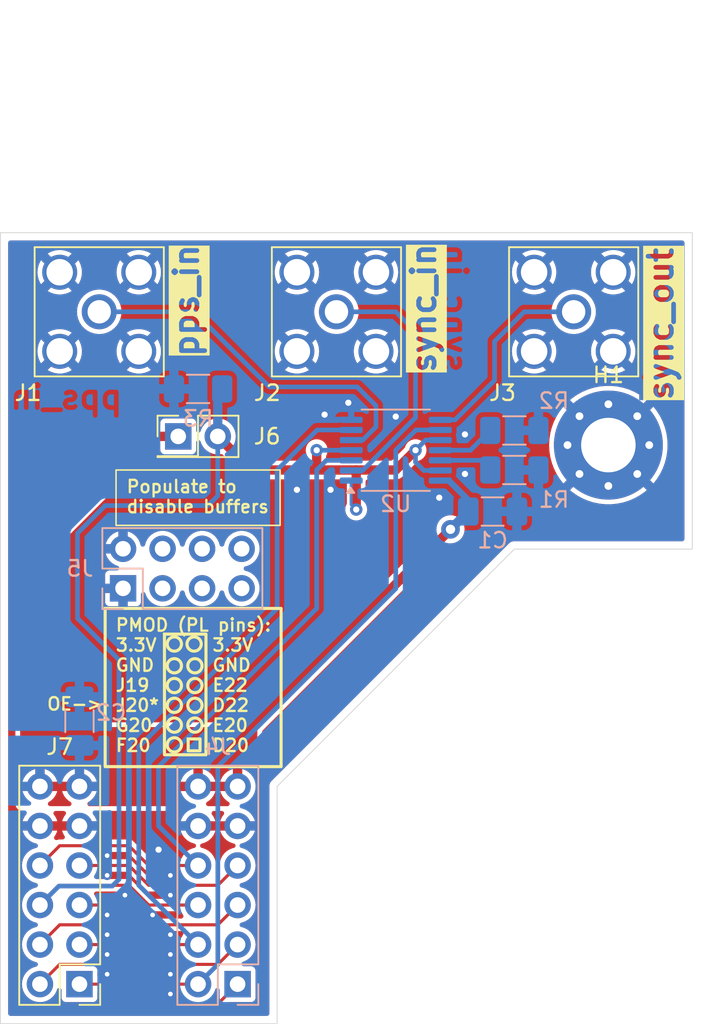
<source format=kicad_pcb>
(kicad_pcb (version 20240108) (generator "pcbnew") (generator_version "8.0")
  (layers (0 "F.Cu" signal) (31 "B.Cu" signal) (34 "B.Paste" user) (35 "F.Paste" user) (36 "B.SilkS" user "B.Silkscreen") (37 "F.SilkS" user "F.Silkscreen") (38 "B.Mask" user) (39 "F.Mask" user) (44 "Edge.Cuts" user))
  (net 0 "")
  (net 1 "GND")
  (net 2 "+3.3V")
  (net 9 "sync_in")
  (net 10 "FMC0_CS2")
  (net 11 "pps_in")
  (net 12 "FMC1_CS2")
  (net 13 "sync_out")
  (net 14 "AUX0")
  (net 15 "AUX1")
  (net 16 "Net-(R1-Pad1)")
  (net 17 "Net-(R2-Pad1)")
  (net 18 "OE")
  (net 19 "sync_in_SMA")
  (net 20 "pps_in_SMA")
  (net 21 "sync_out_SMA")
  (footprint "Connector_Coaxial:SMA_Amphenol_132203-12_Horizontal" (layer "F.Cu") (at 127 86.36)
    (property "Reference" "J1" (at -4.572 5.207 180) (layer "F.SilkS"))
    (property "Value" "2081679-1")
    (fp_line (start -4.15 -4.15) (end -4.15 4.15) (stroke (width 0.12)) (layer "F.SilkS"))
    (fp_line (start -4.15 -4.15) (end 4.15 -4.15) (stroke (width 0.12)) (layer "F.SilkS"))
    (fp_line (start -4.15 4.15) (end 4.15 4.15) (stroke (width 0.12)) (layer "F.SilkS"))
    (fp_line (start 4.15 -4.15) (end 4.15 4.15) (stroke (width 0.12)) (layer "F.SilkS"))
    (pad "1" thru_hole circle (at 0 0) (size 2.25 2.25) (drill 1.5) (layers "*.Cu" "*.Mask") (net 20 "pps_in_SMA"))
    (pad "2" thru_hole circle (at -2.54 -2.54) (size 2.25 2.25) (drill 1.7) (layers "*.Cu" "*.Mask") (net 1 "GND"))
    (pad "2" thru_hole circle (at -2.54 2.54) (size 2.25 2.25) (drill 1.7) (layers "*.Cu" "*.Mask") (net 1 "GND"))
    (pad "2" thru_hole circle (at 2.54 -2.54) (size 2.25 2.25) (drill 1.7) (layers "*.Cu" "*.Mask") (net 1 "GND"))
    (pad "2" thru_hole circle (at 2.54 2.54 90) (size 2.25 2.25) (drill 1.7) (layers "*.Cu" "*.Mask") (net 1 "GND"))
  )
  (footprint "Connector_Coaxial:SMA_Amphenol_132203-12_Horizontal" (layer "F.Cu") (at 157.48 86.36)
    (property "Reference" "J3" (at -4.572 5.207 180) (layer "F.SilkS"))
    (property "Value" "2081679-1")
    (fp_line (start -4.15 -4.15) (end -4.15 4.15) (stroke (width 0.12)) (layer "F.SilkS"))
    (fp_line (start -4.15 -4.15) (end 4.15 -4.15) (stroke (width 0.12)) (layer "F.SilkS"))
    (fp_line (start -4.15 4.15) (end 4.15 4.15) (stroke (width 0.12)) (layer "F.SilkS"))
    (fp_line (start 4.15 -4.15) (end 4.15 4.15) (stroke (width 0.12)) (layer "F.SilkS"))
    (pad "1" thru_hole circle (at 0 0) (size 2.25 2.25) (drill 1.5) (layers "*.Cu" "*.Mask") (net 21 "sync_out_SMA"))
    (pad "2" thru_hole circle (at -2.54 -2.54) (size 2.25 2.25) (drill 1.7) (layers "*.Cu" "*.Mask") (net 1 "GND"))
    (pad "2" thru_hole circle (at -2.54 2.54) (size 2.25 2.25) (drill 1.7) (layers "*.Cu" "*.Mask") (net 1 "GND"))
    (pad "2" thru_hole circle (at 2.54 -2.54) (size 2.25 2.25) (drill 1.7) (layers "*.Cu" "*.Mask") (net 1 "GND"))
    (pad "2" thru_hole circle (at 2.54 2.54 90) (size 2.25 2.25) (drill 1.7) (layers "*.Cu" "*.Mask") (net 1 "GND"))
  )
  (footprint "Connector_PinHeader_2.54mm:PinHeader_2x01_P2.54mm_Vertical" (layer "F.Cu") (at 132.075 94.361)
    (property "Reference" "J6" (at 5.715 0 0) (layer "F.SilkS"))
    (property "Value" "Conn_01x02")
    (fp_line (start -1.33 -1.33) (end 0 -1.33) (stroke (width 0.12)) (layer "F.SilkS"))
    (fp_line (start -1.33 0) (end -1.33 -1.33) (stroke (width 0.12)) (layer "F.SilkS"))
    (fp_line (start -1.33 1.27) (end -1.33 1.33) (stroke (width 0.12)) (layer "F.SilkS"))
    (fp_line (start -1.33 1.27) (end 1.27 1.27) (stroke (width 0.12)) (layer "F.SilkS"))
    (fp_line (start -1.33 1.33) (end 3.87 1.33) (stroke (width 0.12)) (layer "F.SilkS"))
    (fp_line (start 1.27 -1.33) (end 3.87 -1.33) (stroke (width 0.12)) (layer "F.SilkS"))
    (fp_line (start 1.27 1.27) (end 1.27 -1.33) (stroke (width 0.12)) (layer "F.SilkS"))
    (fp_line (start 3.87 -1.33) (end 3.87 1.33) (stroke (width 0.12)) (layer "F.SilkS"))
    (pad "1" thru_hole rect (at 0 0) (size 1.7 1.7) (drill 1) (layers "*.Cu" "*.Mask") (net 2 "+3.3V"))
    (pad "2" thru_hole oval (at 2.54 0) (size 1.7 1.7) (drill 1) (layers "*.Cu" "*.Mask") (net 18 "OE"))
  )
  (footprint "MountingHole:MountingHole_3.5mm_Pad_Via" (layer "F.Cu") (at 159.71 94.92)
    (property "Reference" "H1" (at 0 -4.5 0) (layer "F.SilkS"))
    (property "Value" "MountingHole_Pad")
    (pad "1" thru_hole circle (at -2.625 0) (size 0.8 0.8) (drill 0.5) (layers "*.Cu" "*.Mask") (net 1 "GND"))
    (pad "1" thru_hole circle (at -1.856155 -1.856155) (size 0.8 0.8) (drill 0.5) (layers "*.Cu" "*.Mask") (net 1 "GND"))
    (pad "1" thru_hole circle (at -1.856155 1.856155) (size 0.8 0.8) (drill 0.5) (layers "*.Cu" "*.Mask") (net 1 "GND"))
    (pad "1" thru_hole circle (at 0 -2.625) (size 0.8 0.8) (drill 0.5) (layers "*.Cu" "*.Mask") (net 1 "GND"))
    (pad "1" thru_hole circle (at 0 0) (size 7 7) (drill 3.5) (layers "*.Cu" "*.Mask") (net 1 "GND"))
    (pad "1" thru_hole circle (at 0 2.625) (size 0.8 0.8) (drill 0.5) (layers "*.Cu" "*.Mask") (net 1 "GND"))
    (pad "1" thru_hole circle (at 1.856155 -1.856155) (size 0.8 0.8) (drill 0.5) (layers "*.Cu" "*.Mask") (net 1 "GND"))
    (pad "1" thru_hole circle (at 1.856155 1.856155) (size 0.8 0.8) (drill 0.5) (layers "*.Cu" "*.Mask") (net 1 "GND"))
    (pad "1" thru_hole circle (at 2.625 0) (size 0.8 0.8) (drill 0.5) (layers "*.Cu" "*.Mask") (net 1 "GND"))
  )
  (footprint "Connector_Coaxial:SMA_Amphenol_132203-12_Horizontal" (layer "F.Cu") (at 142.24 86.36)
    (property "Reference" "J2" (at -4.445 5.207 180) (layer "F.SilkS"))
    (property "Value" "2081679-1")
    (fp_line (start -4.15 -4.15) (end -4.15 4.15) (stroke (width 0.12)) (layer "F.SilkS"))
    (fp_line (start -4.15 -4.15) (end 4.15 -4.15) (stroke (width 0.12)) (layer "F.SilkS"))
    (fp_line (start -4.15 4.15) (end 4.15 4.15) (stroke (width 0.12)) (layer "F.SilkS"))
    (fp_line (start 4.15 -4.15) (end 4.15 4.15) (stroke (width 0.12)) (layer "F.SilkS"))
    (pad "1" thru_hole circle (at 0 0) (size 2.25 2.25) (drill 1.5) (layers "*.Cu" "*.Mask") (net 19 "sync_in_SMA"))
    (pad "2" thru_hole circle (at -2.54 -2.54) (size 2.25 2.25) (drill 1.7) (layers "*.Cu" "*.Mask") (net 1 "GND"))
    (pad "2" thru_hole circle (at -2.54 2.54) (size 2.25 2.25) (drill 1.7) (layers "*.Cu" "*.Mask") (net 1 "GND"))
    (pad "2" thru_hole circle (at 2.54 -2.54) (size 2.25 2.25) (drill 1.7) (layers "*.Cu" "*.Mask") (net 1 "GND"))
    (pad "2" thru_hole circle (at 2.54 2.54 90) (size 2.25 2.25) (drill 1.7) (layers "*.Cu" "*.Mask") (net 1 "GND"))
  )
  (footprint "Connector_PinHeader_2.54mm:PinHeader_2x06_P2.54mm_Vertical" (layer "F.Cu") (at 125.73 129.54 180)
    (property "Reference" "J7" (at 1.27 15.24 0) (layer "F.SilkS"))
    (property "Value" "PMOD")
    (fp_line (start 3.87 -1.33) (end 3.87 14.03) (stroke (width 0.12)) (layer "F.SilkS"))
    (fp_line (start 1.27 1.27) (end 1.27 -1.33) (stroke (width 0.12)) (layer "F.SilkS"))
    (fp_line (start 1.27 -1.33) (end 3.87 -1.33) (stroke (width 0.12)) (layer "F.SilkS"))
    (fp_line (start -1.33 14.03) (end 3.87 14.03) (stroke (width 0.12)) (layer "F.SilkS"))
    (fp_line (start -1.33 1.27) (end 1.27 1.27) (stroke (width 0.12)) (layer "F.SilkS"))
    (fp_line (start -1.33 1.27) (end -1.33 14.03) (stroke (width 0.12)) (layer "F.SilkS"))
    (fp_line (start -1.33 0) (end -1.33 -1.33) (stroke (width 0.12)) (layer "F.SilkS"))
    (fp_line (start -1.33 -1.33) (end 0 -1.33) (stroke (width 0.12)) (layer "F.SilkS"))
    (pad "1" thru_hole rect (at 0 0 180) (size 1.7 1.7) (drill 1) (layers "*.Cu" "*.Mask") (net 10 "FMC0_CS2"))
    (pad "2" thru_hole oval (at 2.54 0 180) (size 1.7 1.7) (drill 1) (layers "*.Cu" "*.Mask") (net 13 "sync_out"))
    (pad "3" thru_hole oval (at 0 2.54 180) (size 1.7 1.7) (drill 1) (layers "*.Cu" "*.Mask") (net 12 "FMC1_CS2"))
    (pad "4" thru_hole oval (at 2.54 2.54 180) (size 1.7 1.7) (drill 1) (layers "*.Cu" "*.Mask") (net 11 "pps_in"))
    (pad "5" thru_hole oval (at 0 5.08 180) (size 1.7 1.7) (drill 1) (layers "*.Cu" "*.Mask") (net 14 "AUX0"))
    (pad "6" thru_hole oval (at 2.54 5.08 180) (size 1.7 1.7) (drill 1) (layers "*.Cu" "*.Mask") (net 18 "OE"))
    (pad "7" thru_hole oval (at 0 7.62 180) (size 1.7 1.7) (drill 1) (layers "*.Cu" "*.Mask") (net 15 "AUX1"))
    (pad "8" thru_hole oval (at 2.54 7.62 180) (size 1.7 1.7) (drill 1) (layers "*.Cu" "*.Mask") (net 9 "sync_in"))
    (pad "9" thru_hole oval (at 0 10.16 180) (size 1.7 1.7) (drill 1) (layers "*.Cu" "*.Mask") (net 1 "GND"))
    (pad "10" thru_hole oval (at 2.54 10.16 180) (size 1.7 1.7) (drill 1) (layers "*.Cu" "*.Mask") (net 1 "GND"))
    (pad "11" thru_hole oval (at 0 12.7 180) (size 1.7 1.7) (drill 1) (layers "*.Cu" "*.Mask") (net 2 "+3.3V"))
    (pad "12" thru_hole oval (at 2.54 12.7 180) (size 1.7 1.7) (drill 1) (layers "*.Cu" "*.Mask") (net 2 "+3.3V"))
  )
  (footprint "Capacitor_SMD:C_1206_3216Metric_Pad1.33x1.80mm_HandSolder" (layer "B.Cu") (at 125.73 112.649 90)
    (property "Reference" "C2" (at 0.5465 2.032 0) (layer "B.SilkS") (effects (justify mirror)))
    (property "Value" "100nF")
    (fp_line (start 0.711252 -0.91) (end -0.711252 -0.91) (stroke (width 0.12)) (layer "B.SilkS"))
    (fp_line (start 0.711252 0.91) (end -0.711252 0.91) (stroke (width 0.12)) (layer "B.SilkS"))
    (pad "1" smd roundrect (at -1.5625 0 90) (size 1.325 1.8) (layers "B.Cu" "B.Paste" "B.Mask") (roundrect_rratio 0.188679) (net 2 "+3.3V"))
    (pad "2" smd roundrect (at 1.5625 0 90) (size 1.325 1.8) (layers "B.Cu" "B.Paste" "B.Mask") (roundrect_rratio 0.188679) (net 1 "GND"))
  )
  (footprint "Package_SO:TSSOP-14_4.4x5mm_P0.65mm" (layer "B.Cu") (at 146.05 95.25)
    (property "Reference" "U2" (at 0 3.45 0) (layer "B.SilkS") (effects (justify mirror)))
    (property "Value" "74LCX125MTCX")
    (fp_line (start -2.2 -2.61) (end 0 -2.61) (stroke (width 0.12)) (layer "B.SilkS"))
    (fp_line (start -2.2 2.61) (end 0 2.61) (stroke (width 0.12)) (layer "B.SilkS"))
    (fp_line (start 2.2 -2.61) (end 0 -2.61) (stroke (width 0.12)) (layer "B.SilkS"))
    (fp_line (start 2.2 2.61) (end 0 2.61) (stroke (width 0.12)) (layer "B.SilkS"))
    (fp_poly (pts (xy -2.9 2.41) (xy -3.14 2.74) (xy -2.66 2.74) (xy -2.9 2.41)) (stroke (width 0.12)) (fill solid) (layer "B.SilkS"))
    (pad "1" smd roundrect (at -2.8625 1.95) (size 1.475 0.4) (layers "B.Cu" "B.Paste" "B.Mask") (net 18 "OE"))
    (pad "2" smd roundrect (at -2.8625 1.3) (size 1.475 0.4) (layers "B.Cu" "B.Paste" "B.Mask") (net 19 "sync_in_SMA"))
    (pad "3" smd roundrect (at -2.8625 0.65) (size 1.475 0.4) (layers "B.Cu" "B.Paste" "B.Mask") (net 9 "sync_in"))
    (pad "4" smd roundrect (at -2.8625 0) (size 1.475 0.4) (layers "B.Cu" "B.Paste" "B.Mask") (net 18 "OE"))
    (pad "5" smd roundrect (at -2.8625 -0.65) (size 1.475 0.4) (layers "B.Cu" "B.Paste" "B.Mask") (net 20 "pps_in_SMA"))
    (pad "6" smd roundrect (at -2.8625 -1.3) (size 1.475 0.4) (layers "B.Cu" "B.Paste" "B.Mask") (net 11 "pps_in"))
    (pad "7" smd roundrect (at -2.8625 -1.95) (size 1.475 0.4) (layers "B.Cu" "B.Paste" "B.Mask") (net 1 "GND"))
    (pad "8" smd roundrect (at 2.8625 -1.95) (size 1.475 0.4) (layers "B.Cu" "B.Paste" "B.Mask") (net 21 "sync_out_SMA"))
    (pad "9" smd roundrect (at 2.8625 -1.3) (size 1.475 0.4) (layers "B.Cu" "B.Paste" "B.Mask") (net 13 "sync_out"))
    (pad "10" smd roundrect (at 2.8625 -0.65) (size 1.475 0.4) (layers "B.Cu" "B.Paste" "B.Mask") (net 18 "OE"))
    (pad "11" smd roundrect (at 2.8625 0) (size 1.475 0.4) (layers "B.Cu" "B.Paste" "B.Mask") (net 17 "Net-(R2-Pad1)"))
    (pad "12" smd roundrect (at 2.8625 0.65) (size 1.475 0.4) (layers "B.Cu" "B.Paste" "B.Mask") (net 16 "Net-(R1-Pad1)"))
    (pad "13" smd roundrect (at 2.8625 1.3) (size 1.475 0.4) (layers "B.Cu" "B.Paste" "B.Mask") (net 18 "OE"))
    (pad "14" smd roundrect (at 2.8625 1.95) (size 1.475 0.4) (layers "B.Cu" "B.Paste" "B.Mask") (net 2 "+3.3V"))
  )
  (footprint "Resistor_SMD:R_1206_3216Metric_Pad1.30x1.75mm_HandSolder" (layer "B.Cu") (at 153.67 93.98)
    (property "Reference" "R2" (at 2.54 -1.905 0) (layer "B.SilkS") (effects (justify mirror)))
    (property "Value" "10K")
    (fp_line (start 0.727064 -0.91) (end -0.727064 -0.91) (stroke (width 0.12)) (layer "B.SilkS"))
    (fp_line (start 0.727064 0.91) (end -0.727064 0.91) (stroke (width 0.12)) (layer "B.SilkS"))
    (pad "1" smd roundrect (at -1.55 0) (size 1.3 1.75) (layers "B.Cu" "B.Paste" "B.Mask") (roundrect_rratio 0.192308) (net 17 "Net-(R2-Pad1)"))
    (pad "2" smd roundrect (at 1.55 0) (size 1.3 1.75) (layers "B.Cu" "B.Paste" "B.Mask") (roundrect_rratio 0.192308) (net 1 "GND"))
  )
  (footprint "Connector_PinSocket_2.54mm:PinSocket_2x06_P2.54mm_Vertical" (layer "B.Cu") (at 135.89 129.54)
    (property "Reference" "J4" (at -1.27 -15.24 0) (layer "B.SilkS") (effects (justify mirror)))
    (property "Value" "PMOD")
    (fp_line (start -3.87 -14.03) (end -3.87 1.33) (stroke (width 0.12)) (layer "B.SilkS"))
    (fp_line (start -1.27 -1.27) (end -1.27 1.33) (stroke (width 0.12)) (layer "B.SilkS"))
    (fp_line (start -1.27 1.33) (end -3.87 1.33) (stroke (width 0.12)) (layer "B.SilkS"))
    (fp_line (start 1.33 -14.03) (end -3.87 -14.03) (stroke (width 0.12)) (layer "B.SilkS"))
    (fp_line (start 1.33 -14.03) (end 1.33 -1.27) (stroke (width 0.12)) (layer "B.SilkS"))
    (fp_line (start 1.33 -1.27) (end -1.27 -1.27) (stroke (width 0.12)) (layer "B.SilkS"))
    (fp_line (start 1.33 0) (end 1.33 1.33) (stroke (width 0.12)) (layer "B.SilkS"))
    (fp_line (start 1.33 1.33) (end 0 1.33) (stroke (width 0.12)) (layer "B.SilkS"))
    (pad "1" thru_hole rect (at 0 0) (size 1.7 1.7) (drill 1) (layers "*.Cu" "*.Mask") (net 10 "FMC0_CS2"))
    (pad "2" thru_hole oval (at -2.54 0) (size 1.7 1.7) (drill 1) (layers "*.Cu" "*.Mask") (net 13 "sync_out"))
    (pad "3" thru_hole oval (at 0 -2.54) (size 1.7 1.7) (drill 1) (layers "*.Cu" "*.Mask") (net 12 "FMC1_CS2"))
    (pad "4" thru_hole oval (at -2.54 -2.54) (size 1.7 1.7) (drill 1) (layers "*.Cu" "*.Mask") (net 11 "pps_in"))
    (pad "5" thru_hole oval (at 0 -5.08) (size 1.7 1.7) (drill 1) (layers "*.Cu" "*.Mask") (net 14 "AUX0"))
    (pad "6" thru_hole oval (at -2.54 -5.08) (size 1.7 1.7) (drill 1) (layers "*.Cu" "*.Mask") (net 18 "OE"))
    (pad "7" thru_hole oval (at 0 -7.62) (size 1.7 1.7) (drill 1) (layers "*.Cu" "*.Mask") (net 15 "AUX1"))
    (pad "8" thru_hole oval (at -2.54 -7.62) (size 1.7 1.7) (drill 1) (layers "*.Cu" "*.Mask") (net 9 "sync_in"))
    (pad "9" thru_hole oval (at 0 -10.16) (size 1.7 1.7) (drill 1) (layers "*.Cu" "*.Mask") (net 1 "GND"))
    (pad "10" thru_hole oval (at -2.54 -10.16) (size 1.7 1.7) (drill 1) (layers "*.Cu" "*.Mask") (net 1 "GND"))
    (pad "11" thru_hole oval (at 0 -12.7) (size 1.7 1.7) (drill 1) (layers "*.Cu" "*.Mask") (net 2 "+3.3V"))
    (pad "12" thru_hole oval (at -2.54 -12.7) (size 1.7 1.7) (drill 1) (layers "*.Cu" "*.Mask") (net 2 "+3.3V"))
  )
  (footprint "Resistor_SMD:R_1206_3216Metric_Pad1.30x1.75mm_HandSolder" (layer "B.Cu") (at 153.67 96.52)
    (property "Reference" "R1" (at 2.54 1.905 0) (layer "B.SilkS") (effects (justify mirror)))
    (property "Value" "10K")
    (fp_line (start 0.727064 -0.91) (end -0.727064 -0.91) (stroke (width 0.12)) (layer "B.SilkS"))
    (fp_line (start 0.727064 0.91) (end -0.727064 0.91) (stroke (width 0.12)) (layer "B.SilkS"))
    (pad "1" smd roundrect (at -1.55 0) (size 1.3 1.75) (layers "B.Cu" "B.Paste" "B.Mask") (roundrect_rratio 0.192308) (net 16 "Net-(R1-Pad1)"))
    (pad "2" smd roundrect (at 1.55 0) (size 1.3 1.75) (layers "B.Cu" "B.Paste" "B.Mask") (roundrect_rratio 0.192308) (net 1 "GND"))
  )
  (footprint "Resistor_SMD:R_1206_3216Metric_Pad1.30x1.75mm_HandSolder" (layer "B.Cu") (at 133.35 91.313 180)
    (property "Reference" "R3" (at 0 -1.905 0) (layer "B.SilkS") (effects (justify mirror)))
    (property "Value" "10K")
    (fp_line (start 0.727064 0.91) (end -0.727064 0.91) (stroke (width 0.12)) (layer "B.SilkS"))
    (fp_line (start 0.727064 -0.91) (end -0.727064 -0.91) (stroke (width 0.12)) (layer "B.SilkS"))
    (pad "1" smd roundrect (at -1.55 0 180) (size 1.3 1.75) (layers "B.Cu" "B.Paste" "B.Mask") (roundrect_rratio 0.192308) (net 18 "OE"))
    (pad "2" smd roundrect (at 1.55 0 180) (size 1.3 1.75) (layers "B.Cu" "B.Paste" "B.Mask") (roundrect_rratio 0.192308) (net 1 "GND"))
  )
  (footprint "Capacitor_SMD:C_1206_3216Metric_Pad1.33x1.80mm_HandSolder" (layer "B.Cu") (at 152.273 99.187)
    (property "Reference" "C1" (at 0 1.85 0) (layer "B.SilkS") (effects (justify mirror)))
    (property "Value" "100nF")
    (fp_line (start 0.711252 -0.91) (end -0.711252 -0.91) (stroke (width 0.12)) (layer "B.SilkS"))
    (fp_line (start 0.711252 0.91) (end -0.711252 0.91) (stroke (width 0.12)) (layer "B.SilkS"))
    (pad "1" smd roundrect (at -1.5625 0) (size 1.325 1.8) (layers "B.Cu" "B.Paste" "B.Mask") (roundrect_rratio 0.188679) (net 2 "+3.3V"))
    (pad "2" smd roundrect (at 1.5625 0) (size 1.325 1.8) (layers "B.Cu" "B.Paste" "B.Mask") (roundrect_rratio 0.188679) (net 1 "GND"))
  )
  (footprint "Connector_PinSocket_2.54mm:PinSocket_2x04_P2.54mm_Vertical" (layer "B.Cu") (at 128.53 104.12 -90)
    (property "Reference" "J5" (at -1.27 2.77 0) (layer "B.SilkS") (effects (justify mirror)))
    (property "Value" "Conn_02x04_Odd_Even")
    (fp_line (start -1.27 1.33) (end -3.87 1.33) (stroke (width 0.12)) (layer "B.SilkS"))
    (fp_line (start 1.33 1.33) (end 0 1.33) (stroke (width 0.12)) (layer "B.SilkS"))
    (fp_line (start 1.33 0) (end 1.33 1.33) (stroke (width 0.12)) (layer "B.SilkS"))
    (fp_line (start -1.27 -1.27) (end -1.27 1.33) (stroke (width 0.12)) (layer "B.SilkS"))
    (fp_line (start 1.33 -1.27) (end -1.27 -1.27) (stroke (width 0.12)) (layer "B.SilkS"))
    (fp_line (start -3.87 -8.95) (end -3.87 1.33) (stroke (width 0.12)) (layer "B.SilkS"))
    (fp_line (start 1.33 -8.95) (end 1.33 -1.27) (stroke (width 0.12)) (layer "B.SilkS"))
    (fp_line (start 1.33 -8.95) (end -3.87 -8.95) (stroke (width 0.12)) (layer "B.SilkS"))
    (pad "1" thru_hole rect (at 0 0 270) (size 1.7 1.7) (drill 1) (layers "*.Cu" "*.Mask") (net 1 "GND"))
    (pad "2" thru_hole oval (at -2.54 0 270) (size 1.7 1.7) (drill 1) (layers "*.Cu" "*.Mask") (net 1 "GND"))
    (pad "3" thru_hole oval (at 0 -2.54 270) (size 1.7 1.7) (drill 1) (layers "*.Cu" "*.Mask"))
    (pad "4" thru_hole oval (at -2.54 -2.54 270) (size 1.7 1.7) (drill 1) (layers "*.Cu" "*.Mask"))
    (pad "5" thru_hole oval (at 0 -5.08 270) (size 1.7 1.7) (drill 1) (layers "*.Cu" "*.Mask"))
    (pad "6" thru_hole oval (at -2.54 -5.08 270) (size 1.7 1.7) (drill 1) (layers "*.Cu" "*.Mask"))
    (pad "7" thru_hole oval (at 0 -7.62 270) (size 1.7 1.7) (drill 1) (layers "*.Cu" "*.Mask"))
    (pad "8" thru_hole oval (at -2.54 -7.62 270) (size 1.7 1.7) (drill 1) (layers "*.Cu" "*.Mask"))
  )
  (gr_circle (center 131.826 111.633) (end 132.283905 111.633) (stroke (width 0.2)) (fill none) (layer "F.SilkS"))
  (gr_circle (center 131.826 109.093) (end 132.283905 109.093) (stroke (width 0.2)) (fill none) (layer "F.SilkS"))
  (gr_circle (center 131.826 112.903) (end 132.283905 112.903) (stroke (width 0.2)) (fill none) (layer "F.SilkS"))
  (gr_circle (center 133.146095 109.093) (end 133.604 109.093) (stroke (width 0.2)) (fill none) (layer "F.SilkS"))
  (gr_circle (center 131.826 114.173) (end 132.283905 114.173) (stroke (width 0.2)) (fill none) (layer "F.SilkS"))
  (gr_circle (center 133.096 107.696) (end 133.553905 107.696) (stroke (width 0.2)) (fill none) (layer "F.SilkS"))
  (gr_circle (center 133.146095 111.633) (end 133.604 111.633) (stroke (width 0.2)) (fill none) (layer "F.SilkS"))
  (gr_circle (center 133.146095 112.903) (end 133.604 112.903) (stroke (width 0.2)) (fill none) (layer "F.SilkS"))
  (gr_circle (center 131.826 110.363) (end 132.283905 110.363) (stroke (width 0.2)) (fill none) (layer "F.SilkS"))
  (gr_rect (start 131.191 107.061) (end 133.858 114.808) (stroke (width 0.2)) (fill none) (layer "F.SilkS"))
  (gr_circle (center 131.826 107.696) (end 132.283905 107.696) (stroke (width 0.2)) (fill none) (layer "F.SilkS"))
  (gr_rect (start 132.715 113.792) (end 133.477 114.554) (stroke (width 0.2)) (fill none) (layer "F.SilkS"))
  (gr_circle (center 133.146095 110.363) (end 133.604 110.363) (stroke (width 0.2)) (fill none) (layer "F.SilkS"))
  (gr_poly (pts (xy 120.65 81.28) (xy 165.1 81.28) (xy 165.1 101.6) (xy 153.67 101.6) (xy 138.43 116.84) (xy 138.43 132.08) (xy 120.65 132.08)) (stroke (width 0.05)) (fill none) (layer "Edge.Cuts"))
  (gr_text "sync_in\n" (at 148.971 90.424 -90) (layer "B.Cu" knockout) (effects (font (size 1.5 1.5) (thickness 0.3) (bold yes)) (justify left bottom mirror)))
  (gr_text "sync_out" (at 162.306 92.202 -90) (layer "B.Cu" knockout) (effects (font (size 1.5 1.5) (thickness 0.3) (bold yes)) (justify left bottom mirror)))
  (gr_text "pps_in" (at 128.651 92.71 0) (layer "B.Cu" knockout) (effects (font (size 1.5 1.5) (thickness 0.3) (bold yes)) (justify left bottom mirror)))
  (gr_text "OE->" (at 123.571 112.014 0) (layer "F.SilkS") (effects (font (size 0.8 0.8) (thickness 0.15) (bold yes)) (justify left bottom)))
  (gr_text "sync_out" (at 163.957 92.202 90) (layer "F.SilkS" knockout) (effects (font (size 1.5 1.5) (thickness 0.3) (bold yes)) (justify left bottom)))
  (gr_text "pps_in" (at 133.477 89.408 90) (layer "F.SilkS" knockout) (effects (font (size 1.5 1.5) (thickness 0.3) (bold yes)) (justify left bottom)))
  (gr_text "sync_in" (at 148.717 90.424 90) (layer "F.SilkS" knockout) (effects (font (size 1.5 1.5) (thickness 0.3) (bold yes)) (justify left bottom)))
  (gr_text_box "Populate to\ndisable buffers" (start 128.0795 96.52) (end 138.6205 100.076) (layer "F.SilkS") (effects (font (size 0.8 0.8) (thickness 0.15) (bold yes)) (justify left top)) (border yes) (stroke (width 0.1)))
  (gr_text_box "PMOD (PL pins):\n3.3V	3.3V\nGND		GND\nJ19		E22\nJ20*	D22\nG20		E20\nF20		D20" (start 127.381 105.41) (end 138.684 115.57) (layer "F.SilkS") (effects (font (size 0.8 0.8) (thickness 0.15) (bold yes)) (justify left top)) (border yes) (stroke (width 0.2)))
  (segment (start 130.175 125.095) (end 130.429 125.095) (width 0.2) (layer "F.Cu") (net 1))
  (segment (start 130.175 128.905) (end 131.572 128.905) (width 0.2) (layer "F.Cu") (net 1))
  (segment (start 127.508 127.635) (end 128.905 127.635) (width 0.2) (layer "F.Cu") (net 1))
  (segment (start 130.175 126.365) (end 131.572 126.365) (width 0.2) (layer "F.Cu") (net 1))
  (segment (start 127.508 128.905) (end 128.905 128.905) (width 0.2) (layer "F.Cu") (net 1))
  (segment (start 130.175 130.175) (end 131.572 130.175) (width 0.2) (layer "F.Cu") (net 1))
  (segment (start 127.508 121.285) (end 128.905 121.285) (width 0.2) (layer "F.Cu") (net 1))
  (segment (start 130.175 123.825) (end 131.572 123.825) (width 0.2) (layer "F.Cu") (net 1))
  (segment (start 127.508 126.365) (end 128.905 126.365) (width 0.2) (layer "F.Cu") (net 1))
  (segment (start 128.905 123.825) (end 130.175 125.095) (width 0.2) (layer "F.Cu") (net 1))
  (segment (start 128.651 123.825) (end 128.905 123.825) (width 0.2) (layer "F.Cu") (net 1))
  (segment (start 128.905 121.285) (end 130.175 122.555) (width 0.2) (layer "F.Cu") (net 1))
  (segment (start 128.905 128.905) (end 130.175 130.175) (width 0.2) (layer "F.Cu") (net 1))
  (segment (start 123.19 119.38) (end 125.73 119.38) (width 0.6) (layer "F.Cu") (net 1))
  (segment (start 127.508 122.555) (end 128.905 122.555) (width 0.2) (layer "F.Cu") (net 1))
  (segment (start 128.905 127.635) (end 130.175 128.905) (width 0.2) (layer "F.Cu") (net 1))
  (segment (start 128.905 122.555) (end 130.175 123.825) (width 0.2) (layer "F.Cu") (net 1))
  (segment (start 130.175 122.555) (end 131.572 122.555) (width 0.2) (layer "F.Cu") (net 1))
  (segment (start 133.35 119.38) (end 135.89 119.38) (width 0.6) (layer "F.Cu") (net 1))
  (segment (start 127.508 125.095) (end 128.905 125.095) (width 0.2) (layer "F.Cu") (net 1))
  (segment (start 128.905 126.365) (end 130.175 127.635) (width 0.2) (layer "F.Cu") (net 1))
  (segment (start 130.175 127.635) (end 131.572 127.635) (width 0.2) (layer "F.Cu") (net 1))
  (segment (start 128.905 125.095) (end 130.175 126.365) (width 0.2) (layer "F.Cu") (net 1))
  (via (at 139.7 97.79) (size 0.8) (drill 0.4) (layers "F.Cu" "B.Cu") (net 1))
  (via (at 131.572 127.635) (size 0.6) (drill 0.3) (layers "F.Cu" "B.Cu") (net 1))
  (via (at 150.495 96.774) (size 0.8) (drill 0.4) (layers "F.Cu" "B.Cu") (net 1))
  (via (at 148.844 98.298) (size 0.8) (drill 0.4) (layers "F.Cu" "B.Cu") (net 1))
  (via (at 143.002 92.202) (size 0.8) (drill 0.4) (layers "F.Cu" "B.Cu") (net 1))
  (via (at 131.572 128.905) (size 0.6) (drill 0.3) (layers "F.Cu" "B.Cu") (net 1))
  (via (at 130.81 120.904) (size 0.8) (drill 0.4) (layers "F.Cu" "B.Cu") (net 1))
  (via (at 127.508 122.555) (size 0.6) (drill 0.3) (layers "F.Cu" "B.Cu") (net 1))
  (via (at 141.478 92.964) (size 0.8) (drill 0.4) (layers "F.Cu" "B.Cu") (net 1))
  (via (at 150.495 94.234) (size 0.8) (drill 0.4) (layers "F.Cu" "B.Cu") (net 1))
  (via (at 131.572 123.825) (size 0.6) (drill 0.3) (layers "F.Cu" "B.Cu") (net 1))
  (via (at 141.859 97.79) (size 0.8) (drill 0.4) (layers "F.Cu" "B.Cu") (net 1))
  (via (at 131.572 122.555) (size 0.6) (drill 0.3) (layers "F.Cu" "B.Cu") (net 1))
  (via (at 127.508 128.905) (size 0.6) (drill 0.3) (layers "F.Cu" "B.Cu") (net 1))
  (via (at 131.572 126.365) (size 0.6) (drill 0.3) (layers "F.Cu" "B.Cu") (net 1))
  (via (at 127.508 121.285) (size 0.6) (drill 0.3) (layers "F.Cu" "B.Cu") (net 1))
  (via (at 128.651 123.825) (size 0.6) (drill 0.3) (layers "F.Cu" "B.Cu") (net 1))
  (via (at 127.508 127.635) (size 0.6) (drill 0.3) (layers "F.Cu" "B.Cu") (net 1))
  (via (at 127.508 125.095) (size 0.6) (drill 0.3) (layers "F.Cu" "B.Cu") (net 1))
  (via (at 146.05 93.091) (size 0.8) (drill 0.4) (layers "F.Cu" "B.Cu") (net 1))
  (via (at 127.508 126.365) (size 0.6) (drill 0.3) (layers "F.Cu" "B.Cu") (net 1))
  (via (at 130.429 125.095) (size 0.6) (drill 0.3) (layers "F.Cu" "B.Cu") (net 1))
  (via (at 131.572 130.175) (size 0.6) (drill 0.3) (layers "F.Cu" "B.Cu") (net 1))
  (segment (start 123.19 114.935) (end 123.19 116.84) (width 0.6) (layer "F.Cu") (net 2))
  (segment (start 133.35 116.84) (end 135.89 116.84) (width 0.6) (layer "F.Cu") (net 2))
  (segment (start 130.556 94.361) (end 123.19 101.727) (width 0.6) (layer "F.Cu") (net 2))
  (segment (start 135.89 114.0075) (end 149.5675 100.33) (width 0.6) (layer "F.Cu") (net 2))
  (segment (start 135.89 114.0075) (end 135.89 116.84) (width 0.6) (layer "F.Cu") (net 2))
  (segment (start 132.075 94.361) (end 130.556 94.361) (width 0.6) (layer "F.Cu") (net 2))
  (segment (start 123.19 101.727) (end 123.19 114.935) (width 0.6) (layer "F.Cu") (net 2))
  (segment (start 123.19 116.84) (end 125.73 116.84) (width 0.6) (layer "F.Cu") (net 2))
  (via (at 149.5675 100.33) (size 1.2) (drill 0.6) (layers "F.Cu" "B.Cu") (net 2))
  (segment (start 149.46 97.2) (end 150.8375 98.5775) (width 0.4) (layer "B.Cu") (net 2))
  (segment (start 148.9125 97.2) (end 149.46 97.2) (width 0.4) (layer "B.Cu") (net 2))
  (segment (start 149.5675 100.33) (end 150.8375 99.06) (width 0.6) (layer "B.Cu") (net 2))
  (segment (start 150.8375 98.5775) (end 150.8375 99.06) (width 0.4) (layer "B.Cu") (net 2))
  (segment (start 124.46 120.65) (end 123.19 121.92) (width 0.2) (layer "F.Cu") (net 9))
  (segment (start 128.905 120.65) (end 124.46 120.65) (width 0.2) (layer "F.Cu") (net 9))
  (segment (start 133.35 121.92) (end 130.175 121.92) (width 0.2) (layer "F.Cu") (net 9))
  (segment (start 130.175 121.92) (end 128.905 120.65) (width 0.2) (layer "F.Cu") (net 9))
  (segment (start 141.59 95.9) (end 140.97 96.52) (width 0.3) (layer "B.Cu") (net 9))
  (segment (start 130.81 119.38) (end 133.35 121.92) (width 0.3) (layer "B.Cu") (net 9))
  (segment (start 140.97 105.41) (end 130.81 115.57) (width 0.3) (layer "B.Cu") (net 9))
  (segment (start 130.81 115.57) (end 130.81 119.38) (width 0.3) (layer "B.Cu") (net 9))
  (segment (start 143.1875 95.9) (end 141.59 95.9) (width 0.3) (layer "B.Cu") (net 9))
  (segment (start 140.97 96.52) (end 140.97 105.41) (width 0.3) (layer "B.Cu") (net 9))
  (segment (start 128.905 129.54) (end 125.73 129.54) (width 0.2) (layer "F.Cu") (net 10))
  (segment (start 130.175 130.81) (end 128.905 129.54) (width 0.2) (layer "F.Cu") (net 10))
  (segment (start 135.89 129.54) (end 134.62 130.81) (width 0.2) (layer "F.Cu") (net 10))
  (segment (start 134.62 130.81) (end 130.175 130.81) (width 0.2) (layer "F.Cu") (net 10))
  (segment (start 128.905 125.73) (end 124.46 125.73) (width 0.2) (layer "F.Cu") (net 11))
  (segment (start 124.46 125.73) (end 123.19 127) (width 0.2) (layer "F.Cu") (net 11))
  (segment (start 130.175 127) (end 128.905 125.73) (width 0.2) (layer "F.Cu") (net 11))
  (segment (start 133.35 127) (end 130.175 127) (width 0.2) (layer "F.Cu") (net 11))
  (segment (start 138.43 105.41) (end 129.54 114.3) (width 0.3) (layer "B.Cu") (net 11))
  (segment (start 141 93.95) (end 138.43 96.52) (width 0.3) (layer "B.Cu") (net 11))
  (segment (start 129.54 114.3) (end 129.54 123.19) (width 0.3) (layer "B.Cu") (net 11))
  (segment (start 129.54 123.19) (end 133.35 127) (width 0.3) (layer "B.Cu") (net 11))
  (segment (start 138.43 96.52) (end 138.43 105.41) (width 0.3) (layer "B.Cu") (net 11))
  (segment (start 143.1875 93.95) (end 141 93.95) (width 0.3) (layer "B.Cu") (net 11))
  (segment (start 128.905 127) (end 130.175 128.27) (width 0.2) (layer "F.Cu") (net 12))
  (segment (start 125.73 127) (end 128.905 127) (width 0.2) (layer "F.Cu") (net 12))
  (segment (start 134.62 128.27) (end 135.89 127) (width 0.2) (layer "F.Cu") (net 12))
  (segment (start 130.175 128.27) (end 134.62 128.27) (width 0.2) (layer "F.Cu") (net 12))
  (segment (start 133.35 129.54) (end 130.175 129.54) (width 0.2) (layer "F.Cu") (net 13))
  (segment (start 128.905 128.27) (end 124.46 128.27) (width 0.2) (layer "F.Cu") (net 13))
  (segment (start 130.175 129.54) (end 128.905 128.27) (width 0.2) (layer "F.Cu") (net 13))
  (segment (start 124.46 128.27) (end 123.19 129.54) (width 0.2) (layer "F.Cu") (net 13))
  (segment (start 146.05 104.14) (end 134.62 115.57) (width 0.3) (layer "B.Cu") (net 13))
  (segment (start 146.05 95.25) (end 146.05 104.14) (width 0.3) (layer "B.Cu") (net 13))
  (segment (start 134.62 128.27) (end 133.35 129.54) (width 0.3) (layer "B.Cu") (net 13))
  (segment (start 148.9125 93.95) (end 147.35 93.95) (width 0.3) (layer "B.Cu") (net 13))
  (segment (start 134.62 115.57) (end 134.62 128.27) (width 0.3) (layer "B.Cu") (net 13))
  (segment (start 147.35 93.95) (end 146.05 95.25) (width 0.3) (layer "B.Cu") (net 13))
  (segment (start 129.2225 124.7775) (end 128.905 124.46) (width 0.2) (layer "F.Cu") (net 14))
  (segment (start 135.89 124.46) (end 134.62 125.73) (width 0.2) (layer "F.Cu") (net 14))
  (segment (start 130.175 125.73) (end 128.905 124.46) (width 0.2) (layer "F.Cu") (net 14))
  (segment (start 128.905 124.46) (end 125.73 124.46) (width 0.2) (layer "F.Cu") (net 14))
  (segment (start 134.62 125.73) (end 130.175 125.73) (width 0.2) (layer "F.Cu") (net 14))
  (segment (start 130.175 123.19) (end 134.62 123.19) (width 0.2) (layer "F.Cu") (net 15))
  (segment (start 128.905 121.92) (end 130.175 123.19) (width 0.2) (layer "F.Cu") (net 15))
  (segment (start 125.73 121.92) (end 128.905 121.92) (width 0.2) (layer "F.Cu") (net 15))
  (segment (start 134.62 123.19) (end 135.89 121.92) (width 0.2) (layer "F.Cu") (net 15))
  (segment (start 151.5 95.9) (end 152.12 96.52) (width 0.3) (layer "B.Cu") (net 16))
  (segment (start 148.9125 95.9) (end 151.5 95.9) (width 0.3) (layer "B.Cu") (net 16))
  (segment (start 148.9125 95.25) (end 150.85 95.25) (width 0.3) (layer "B.Cu") (net 17))
  (segment (start 150.85 95.25) (end 152.12 93.98) (width 0.3) (layer "B.Cu") (net 17))
  (segment (start 128.905 123.19) (end 124.46 123.19) (width 0.2) (layer "F.Cu") (net 18))
  (segment (start 143.51 99.06) (end 143.51 96.52) (width 0.6) (layer "F.Cu") (net 18))
  (segment (start 140.97 95.25) (end 140.97 96.52) (width 0.6) (layer "F.Cu") (net 18))
  (segment (start 140.97 96.52) (end 143.51 96.52) (width 0.6) (layer "F.Cu") (net 18))
  (segment (start 146.05 96.52) (end 147.32 95.25) (width 0.6) (layer "F.Cu") (net 18))
  (segment (start 136.774 96.52) (end 140.97 96.52) (width 0.6) (layer "F.Cu") (net 18))
  (segment (start 124.46 123.19) (end 123.19 124.46) (width 0.2) (layer "F.Cu") (net 18))
  (segment (start 133.35 124.46) (end 130.175 124.46) (width 0.2) (layer "F.Cu") (net 18))
  (segment (start 134.615 94.361) (end 136.774 96.52) (width 0.6) (layer "F.Cu") (net 18))
  (segment (start 130.175 124.46) (end 128.905 123.19) (width 0.2) (layer "F.Cu") (net 18))
  (segment (start 143.51 96.52) (end 146.05 96.52) (width 0.6) (layer "F.Cu") (net 18))
  (via (at 143.51 99.06) (size 0.8) (drill 0.4) (layers "F.Cu" "B.Cu") (net 18))
  (via (at 147.32 95.25) (size 0.8) (drill 0.4) (layers "F.Cu" "B.Cu") (net 18))
  (via (at 140.97 95.25) (size 0.8) (drill 0.4) (layers "F.Cu" "B.Cu") (net 18))
  (segment (start 133.985 98.806) (end 134.615 98.176) (width 0.3) (layer "B.Cu") (net 18))
  (segment (start 128.27 108.712) (end 125.603 106.045) (width 0.3) (layer "B.Cu") (net 18))
  (segment (start 125.603 106.045) (end 125.603 100.584) (width 0.3) (layer "B.Cu") (net 18))
  (segment (start 148.9125 94.6) (end 147.97 94.6) (width 0.3) (layer "B.Cu") (net 18))
  (segment (start 143.1875 98.7375) (end 143.51 99.06) (width 0.2) (layer "B.Cu") (net 18))
  (segment (start 134.615 91.598) (end 134.9 91.313) (width 0.6) (layer "B.Cu") (net 18))
  (segment (start 140.97 95.25) (end 143.1875 95.25) (width 0.3) (layer "B.Cu") (net 18))
  (segment (start 124.4092 123.2408) (end 127.8382 123.2408) (width 0.3) (layer "B.Cu") (net 18))
  (segment (start 134.615 98.176) (end 134.615 94.361) (width 0.3) (layer "B.Cu") (net 18))
  (segment (start 148.9125 96.55) (end 147.858 96.55) (width 0.3) (layer "B.Cu") (net 18))
  (segment (start 127.381 98.806) (end 133.985 98.806) (width 0.3) (layer "B.Cu") (net 18))
  (segment (start 134.615 94.361) (end 134.615 91.598) (width 0.6) (layer "B.Cu") (net 18))
  (segment (start 127.8382 123.2408) (end 128.27 122.809) (width 0.3) (layer "B.Cu") (net 18))
  (segment (start 128.27 122.809) (end 128.27 108.712) (width 0.3) (layer "B.Cu") (net 18))
  (segment (start 125.603 100.584) (end 127.381 98.806) (width 0.3) (layer "B.Cu") (net 18))
  (segment (start 147.858 96.55) (end 147.32 96.012) (width 0.3) (layer "B.Cu") (net 18))
  (segment (start 143.1875 97.2) (end 143.1875 98.7375) (width 0.2) (layer "B.Cu") (net 18))
  (segment (start 147.32 96.012) (end 147.32 95.25) (width 0.3) (layer "B.Cu") (net 18))
  (segment (start 123.19 124.46) (end 124.4092 123.2408) (width 0.3) (layer "B.Cu") (net 18))
  (segment (start 147.97 94.6) (end 147.32 95.25) (width 0.3) (layer "B.Cu") (net 18))
  (segment (start 143.924999 96.55) (end 147.32 93.154999) (width 0.3) (layer "B.Cu") (net 19))
  (segment (start 143.1875 96.55) (end 143.924999 96.55) (width 0.3) (layer "B.Cu") (net 19))
  (segment (start 146.05 86.36) (end 142.24 86.36) (width 0.3) (layer "B.Cu") (net 19))
  (segment (start 147.32 87.63) (end 146.05 86.36) (width 0.3) (layer "B.Cu") (net 19))
  (segment (start 147.32 93.154999) (end 147.32 87.63) (width 0.3) (layer "B.Cu") (net 19))
  (segment (start 144.78 93.744999) (end 144.78 92.3925) (width 0.3) (layer "B.Cu") (net 20))
  (segment (start 137.922 91.186) (end 133.096 86.36) (width 0.3) (layer "B.Cu") (net 20))
  (segment (start 143.1875 94.6) (end 143.924999 94.6) (width 0.3) (layer "B.Cu") (net 20))
  (segment (start 144.78 92.3925) (end 143.5735 91.186) (width 0.3) (layer "B.Cu") (net 20))
  (segment (start 143.924999 94.6) (end 144.78 93.744999) (width 0.3) (layer "B.Cu") (net 20))
  (segment (start 143.5735 91.186) (end 137.922 91.186) (width 0.3) (layer "B.Cu") (net 20))
  (segment (start 133.096 86.36) (end 127 86.36) (width 0.3) (layer "B.Cu") (net 20))
  (segment (start 152.4 90.76) (end 149.86 93.3) (width 0.3) (layer "B.Cu") (net 21))
  (segment (start 157.48 86.36) (end 154.305 86.36) (width 0.3) (layer "B.Cu") (net 21))
  (segment (start 152.4 88.265) (end 152.4 90.76) (width 0.3) (layer "B.Cu") (net 21))
  (segment (start 149.86 93.3) (end 148.9125 93.3) (width 0.3) (layer "B.Cu") (net 21))
  (segment (start 154.305 86.36) (end 152.4 88.265) (width 0.3) (layer "B.Cu") (net 21))
  (zone (net 1) (net_name "GND") (layer "F.Cu") (priority 1) (connect_pads (clearance 0.3)) (min_thickness 0.3) (fill yes (thermal_gap 0.3) (thermal_bridge_width 0.6))
    (polygon (pts (xy 120.65 81.28) (xy 165.1 81.28) (xy 165.1 101.6) (xy 153.67 101.6) (xy 138.43 116.84) (xy 138.43 132.08) (xy 120.65 132.08)))
  )
  (zone (net 2) (net_name "+3.3V") (layer "F.Cu") (priority 2) (connect_pads (clearance 0.3)) (min_thickness 0.3) (fill yes (thermal_gap 0.3) (thermal_bridge_width 0.6))
    (polygon (pts (xy 121.92 118.11) (xy 137.16 118.11) (xy 137.16 113.03) (xy 121.92 113.03)))
  )
  (zone (net 2) (net_name "+3.3V") (layer "B.Cu") (priority 1) (connect_pads (clearance 0.3)) (min_thickness 0.3) (fill yes (thermal_gap 0.3) (thermal_bridge_width 0.6))
    (polygon (pts (xy 127.65 118.08) (xy 121.15 118.08) (xy 121.15 113.58) (xy 127.65 113.58)))
  )
  (zone (net 1) (net_name "GND") (layer "B.Cu") (connect_pads (clearance 0.3)) (min_thickness 0.3) (fill yes (thermal_gap 0.3) (thermal_bridge_width 0.6))
    (polygon (pts (xy 120.65 81.28) (xy 120.65 132.08) (xy 138.43 132.08) (xy 138.43 116.84) (xy 153.67 101.6) (xy 165.1 101.6) (xy 165.1 81.28)))
  )
)
</source>
